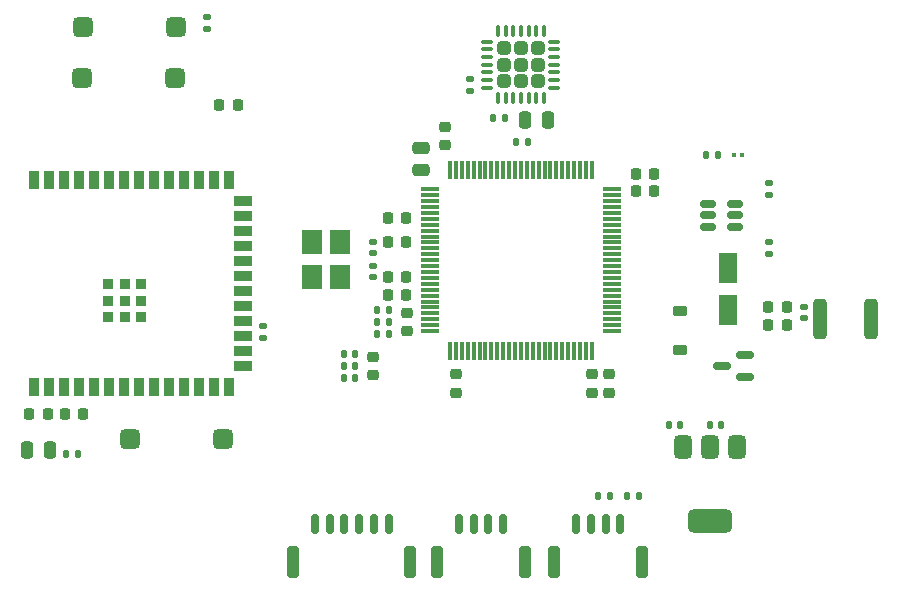
<source format=gtp>
G04 #@! TF.GenerationSoftware,KiCad,Pcbnew,8.0.4*
G04 #@! TF.CreationDate,2024-09-23T19:03:46-05:00*
G04 #@! TF.ProjectId,STM32_board,53544d33-325f-4626-9f61-72642e6b6963,rev?*
G04 #@! TF.SameCoordinates,Original*
G04 #@! TF.FileFunction,Paste,Top*
G04 #@! TF.FilePolarity,Positive*
%FSLAX46Y46*%
G04 Gerber Fmt 4.6, Leading zero omitted, Abs format (unit mm)*
G04 Created by KiCad (PCBNEW 8.0.4) date 2024-09-23 19:03:46*
%MOMM*%
%LPD*%
G01*
G04 APERTURE LIST*
G04 Aperture macros list*
%AMRoundRect*
0 Rectangle with rounded corners*
0 $1 Rounding radius*
0 $2 $3 $4 $5 $6 $7 $8 $9 X,Y pos of 4 corners*
0 Add a 4 corners polygon primitive as box body*
4,1,4,$2,$3,$4,$5,$6,$7,$8,$9,$2,$3,0*
0 Add four circle primitives for the rounded corners*
1,1,$1+$1,$2,$3*
1,1,$1+$1,$4,$5*
1,1,$1+$1,$6,$7*
1,1,$1+$1,$8,$9*
0 Add four rect primitives between the rounded corners*
20,1,$1+$1,$2,$3,$4,$5,0*
20,1,$1+$1,$4,$5,$6,$7,0*
20,1,$1+$1,$6,$7,$8,$9,0*
20,1,$1+$1,$8,$9,$2,$3,0*%
G04 Aperture macros list end*
%ADD10RoundRect,0.225000X0.225000X0.250000X-0.225000X0.250000X-0.225000X-0.250000X0.225000X-0.250000X0*%
%ADD11RoundRect,0.140000X-0.170000X0.140000X-0.170000X-0.140000X0.170000X-0.140000X0.170000X0.140000X0*%
%ADD12RoundRect,0.140000X-0.140000X-0.170000X0.140000X-0.170000X0.140000X0.170000X-0.140000X0.170000X0*%
%ADD13RoundRect,0.425000X-0.425000X-0.425000X0.425000X-0.425000X0.425000X0.425000X-0.425000X0.425000X0*%
%ADD14RoundRect,0.250000X0.320000X0.320000X-0.320000X0.320000X-0.320000X-0.320000X0.320000X-0.320000X0*%
%ADD15RoundRect,0.075000X0.437500X0.075000X-0.437500X0.075000X-0.437500X-0.075000X0.437500X-0.075000X0*%
%ADD16RoundRect,0.075000X0.075000X0.437500X-0.075000X0.437500X-0.075000X-0.437500X0.075000X-0.437500X0*%
%ADD17RoundRect,0.135000X-0.135000X-0.185000X0.135000X-0.185000X0.135000X0.185000X-0.135000X0.185000X0*%
%ADD18RoundRect,0.218750X-0.218750X-0.256250X0.218750X-0.256250X0.218750X0.256250X-0.218750X0.256250X0*%
%ADD19RoundRect,0.250000X0.250000X0.475000X-0.250000X0.475000X-0.250000X-0.475000X0.250000X-0.475000X0*%
%ADD20RoundRect,0.225000X-0.250000X0.225000X-0.250000X-0.225000X0.250000X-0.225000X0.250000X0.225000X0*%
%ADD21RoundRect,0.225000X-0.225000X-0.250000X0.225000X-0.250000X0.225000X0.250000X-0.225000X0.250000X0*%
%ADD22RoundRect,0.150000X-0.150000X-0.700000X0.150000X-0.700000X0.150000X0.700000X-0.150000X0.700000X0*%
%ADD23RoundRect,0.250000X-0.250000X-1.100000X0.250000X-1.100000X0.250000X1.100000X-0.250000X1.100000X0*%
%ADD24RoundRect,0.150000X0.587500X0.150000X-0.587500X0.150000X-0.587500X-0.150000X0.587500X-0.150000X0*%
%ADD25RoundRect,0.135000X0.135000X0.185000X-0.135000X0.185000X-0.135000X-0.185000X0.135000X-0.185000X0*%
%ADD26R,1.800000X2.100000*%
%ADD27RoundRect,0.140000X0.140000X0.170000X-0.140000X0.170000X-0.140000X-0.170000X0.140000X-0.170000X0*%
%ADD28RoundRect,0.225000X-0.375000X0.225000X-0.375000X-0.225000X0.375000X-0.225000X0.375000X0.225000X0*%
%ADD29RoundRect,0.135000X-0.185000X0.135000X-0.185000X-0.135000X0.185000X-0.135000X0.185000X0.135000X0*%
%ADD30RoundRect,0.250000X-0.312500X-1.450000X0.312500X-1.450000X0.312500X1.450000X-0.312500X1.450000X0*%
%ADD31RoundRect,0.150000X0.512500X0.150000X-0.512500X0.150000X-0.512500X-0.150000X0.512500X-0.150000X0*%
%ADD32RoundRect,0.218750X-0.256250X0.218750X-0.256250X-0.218750X0.256250X-0.218750X0.256250X0.218750X0*%
%ADD33RoundRect,0.079500X0.079500X0.100500X-0.079500X0.100500X-0.079500X-0.100500X0.079500X-0.100500X0*%
%ADD34RoundRect,0.425000X0.425000X0.425000X-0.425000X0.425000X-0.425000X-0.425000X0.425000X-0.425000X0*%
%ADD35RoundRect,0.250000X0.550000X-1.050000X0.550000X1.050000X-0.550000X1.050000X-0.550000X-1.050000X0*%
%ADD36RoundRect,0.140000X0.170000X-0.140000X0.170000X0.140000X-0.170000X0.140000X-0.170000X-0.140000X0*%
%ADD37RoundRect,0.135000X0.185000X-0.135000X0.185000X0.135000X-0.185000X0.135000X-0.185000X-0.135000X0*%
%ADD38RoundRect,0.075000X-0.725000X-0.075000X0.725000X-0.075000X0.725000X0.075000X-0.725000X0.075000X0*%
%ADD39RoundRect,0.075000X-0.075000X-0.725000X0.075000X-0.725000X0.075000X0.725000X-0.075000X0.725000X0*%
%ADD40RoundRect,0.250000X0.475000X-0.250000X0.475000X0.250000X-0.475000X0.250000X-0.475000X-0.250000X0*%
%ADD41RoundRect,0.375000X-0.375000X0.625000X-0.375000X-0.625000X0.375000X-0.625000X0.375000X0.625000X0*%
%ADD42RoundRect,0.500000X-1.400000X0.500000X-1.400000X-0.500000X1.400000X-0.500000X1.400000X0.500000X0*%
%ADD43RoundRect,0.250000X-0.250000X-0.475000X0.250000X-0.475000X0.250000X0.475000X-0.250000X0.475000X0*%
%ADD44R,0.900000X1.500000*%
%ADD45R,1.500000X0.900000*%
%ADD46R,0.900000X0.900000*%
%ADD47RoundRect,0.225000X0.250000X-0.225000X0.250000X0.225000X-0.250000X0.225000X-0.250000X-0.225000X0*%
G04 APERTURE END LIST*
D10*
X109435000Y-111600000D03*
X107885000Y-111600000D03*
D11*
X173500000Y-102520000D03*
X173500000Y-103480000D03*
D12*
X165520000Y-112500000D03*
X166480000Y-112500000D03*
D13*
X120325000Y-78850000D03*
X112425000Y-78850000D03*
D14*
X150920000Y-83420000D03*
X150920000Y-82000000D03*
X150920000Y-80580000D03*
X149500000Y-83420000D03*
X149500000Y-82000000D03*
X149500000Y-80580000D03*
X148080000Y-83420000D03*
X148080000Y-82000000D03*
X148080000Y-80580000D03*
D15*
X152337500Y-83950000D03*
X152337500Y-83300000D03*
X152337500Y-82650000D03*
X152337500Y-82000000D03*
X152337500Y-81350000D03*
X152337500Y-80700000D03*
X152337500Y-80050000D03*
D16*
X151450000Y-79162500D03*
X150800000Y-79162500D03*
X150150000Y-79162500D03*
X149500000Y-79162500D03*
X148850000Y-79162500D03*
X148200000Y-79162500D03*
X147550000Y-79162500D03*
D15*
X146662500Y-80050000D03*
X146662500Y-80700000D03*
X146662500Y-81350000D03*
X146662500Y-82000000D03*
X146662500Y-82650000D03*
X146662500Y-83300000D03*
X146662500Y-83950000D03*
D16*
X147550000Y-84837500D03*
X148200000Y-84837500D03*
X148850000Y-84837500D03*
X149500000Y-84837500D03*
X150150000Y-84837500D03*
X150800000Y-84837500D03*
X151450000Y-84837500D03*
D17*
X147152500Y-86550000D03*
X148172500Y-86550000D03*
D18*
X170437500Y-102500000D03*
X172012500Y-102500000D03*
D19*
X109610000Y-114600000D03*
X107710000Y-114600000D03*
D20*
X155500000Y-108225000D03*
X155500000Y-109775000D03*
D10*
X139775000Y-97000000D03*
X138225000Y-97000000D03*
D21*
X123975000Y-85425000D03*
X125525000Y-85425000D03*
D22*
X132050000Y-120900000D03*
X133300000Y-120900000D03*
X134550000Y-120900000D03*
X135800000Y-120900000D03*
X137050000Y-120900000D03*
X138300000Y-120900000D03*
D23*
X130200000Y-124100000D03*
X140150000Y-124100000D03*
D24*
X168437500Y-108450000D03*
X168437500Y-106550000D03*
X166562500Y-107500000D03*
D25*
X159510000Y-118500000D03*
X158490000Y-118500000D03*
D26*
X131850000Y-97050000D03*
X131850000Y-99950000D03*
X134150000Y-99950000D03*
X134150000Y-97050000D03*
D27*
X138305000Y-103775000D03*
X137345000Y-103775000D03*
D10*
X139775000Y-101500000D03*
X138225000Y-101500000D03*
D11*
X137000000Y-99020000D03*
X137000000Y-99980000D03*
D27*
X138311250Y-102781250D03*
X137351250Y-102781250D03*
D28*
X163000000Y-102850000D03*
X163000000Y-106150000D03*
D17*
X165190000Y-89675000D03*
X166210000Y-89675000D03*
D29*
X170500000Y-91990000D03*
X170500000Y-93010000D03*
D30*
X174862500Y-103500000D03*
X179137500Y-103500000D03*
D29*
X122900000Y-77965000D03*
X122900000Y-78985000D03*
D27*
X135480000Y-106500000D03*
X134520000Y-106500000D03*
D31*
X167637500Y-95700000D03*
X167637500Y-94750000D03*
X167637500Y-93800000D03*
X165362500Y-93800000D03*
X165362500Y-94750000D03*
X165362500Y-95700000D03*
D27*
X162980000Y-112500000D03*
X162020000Y-112500000D03*
D32*
X139831250Y-102993750D03*
X139831250Y-104568750D03*
D10*
X139775000Y-95000000D03*
X138225000Y-95000000D03*
D27*
X138311250Y-104781250D03*
X137351250Y-104781250D03*
D20*
X144000000Y-108225000D03*
X144000000Y-109775000D03*
D21*
X170450000Y-104000000D03*
X172000000Y-104000000D03*
D33*
X168225000Y-89675000D03*
X167535000Y-89675000D03*
D34*
X124300000Y-113725000D03*
X116400000Y-113725000D03*
D20*
X157000000Y-108225000D03*
X157000000Y-109775000D03*
D35*
X167000000Y-102800000D03*
X167000000Y-99200000D03*
D21*
X159225000Y-92725000D03*
X160775000Y-92725000D03*
D25*
X149115000Y-88550000D03*
X150135000Y-88550000D03*
D22*
X144250000Y-120900000D03*
X145500000Y-120900000D03*
X146750000Y-120900000D03*
X148000000Y-120900000D03*
D23*
X142400000Y-124100000D03*
X149850000Y-124100000D03*
D36*
X137000000Y-97980000D03*
X137000000Y-97020000D03*
D37*
X127660000Y-105110000D03*
X127660000Y-104090000D03*
D32*
X137000000Y-106712500D03*
X137000000Y-108287500D03*
D10*
X112435000Y-111600000D03*
X110885000Y-111600000D03*
D21*
X159225000Y-91225000D03*
X160775000Y-91225000D03*
D17*
X155990000Y-118500000D03*
X157010000Y-118500000D03*
D38*
X141825000Y-92550000D03*
X141825000Y-93050000D03*
X141825000Y-93550000D03*
X141825000Y-94050000D03*
X141825000Y-94550000D03*
X141825000Y-95050000D03*
X141825000Y-95550000D03*
X141825000Y-96050000D03*
X141825000Y-96550000D03*
X141825000Y-97050000D03*
X141825000Y-97550000D03*
X141825000Y-98050000D03*
X141825000Y-98550000D03*
X141825000Y-99050000D03*
X141825000Y-99550000D03*
X141825000Y-100050000D03*
X141825000Y-100550000D03*
X141825000Y-101050000D03*
X141825000Y-101550000D03*
X141825000Y-102050000D03*
X141825000Y-102550000D03*
X141825000Y-103050000D03*
X141825000Y-103550000D03*
X141825000Y-104050000D03*
X141825000Y-104550000D03*
D39*
X143500000Y-106225000D03*
X144000000Y-106225000D03*
X144500000Y-106225000D03*
X145000000Y-106225000D03*
X145500000Y-106225000D03*
X146000000Y-106225000D03*
X146500000Y-106225000D03*
X147000000Y-106225000D03*
X147500000Y-106225000D03*
X148000000Y-106225000D03*
X148500000Y-106225000D03*
X149000000Y-106225000D03*
X149500000Y-106225000D03*
X150000000Y-106225000D03*
X150500000Y-106225000D03*
X151000000Y-106225000D03*
X151500000Y-106225000D03*
X152000000Y-106225000D03*
X152500000Y-106225000D03*
X153000000Y-106225000D03*
X153500000Y-106225000D03*
X154000000Y-106225000D03*
X154500000Y-106225000D03*
X155000000Y-106225000D03*
X155500000Y-106225000D03*
D38*
X157175000Y-104550000D03*
X157175000Y-104050000D03*
X157175000Y-103550000D03*
X157175000Y-103050000D03*
X157175000Y-102550000D03*
X157175000Y-102050000D03*
X157175000Y-101550000D03*
X157175000Y-101050000D03*
X157175000Y-100550000D03*
X157175000Y-100050000D03*
X157175000Y-99550000D03*
X157175000Y-99050000D03*
X157175000Y-98550000D03*
X157175000Y-98050000D03*
X157175000Y-97550000D03*
X157175000Y-97050000D03*
X157175000Y-96550000D03*
X157175000Y-96050000D03*
X157175000Y-95550000D03*
X157175000Y-95050000D03*
X157175000Y-94550000D03*
X157175000Y-94050000D03*
X157175000Y-93550000D03*
X157175000Y-93050000D03*
X157175000Y-92550000D03*
D39*
X155500000Y-90875000D03*
X155000000Y-90875000D03*
X154500000Y-90875000D03*
X154000000Y-90875000D03*
X153500000Y-90875000D03*
X153000000Y-90875000D03*
X152500000Y-90875000D03*
X152000000Y-90875000D03*
X151500000Y-90875000D03*
X151000000Y-90875000D03*
X150500000Y-90875000D03*
X150000000Y-90875000D03*
X149500000Y-90875000D03*
X149000000Y-90875000D03*
X148500000Y-90875000D03*
X148000000Y-90875000D03*
X147500000Y-90875000D03*
X147000000Y-90875000D03*
X146500000Y-90875000D03*
X146000000Y-90875000D03*
X145500000Y-90875000D03*
X145000000Y-90875000D03*
X144500000Y-90875000D03*
X144000000Y-90875000D03*
X143500000Y-90875000D03*
D40*
X141050000Y-90950000D03*
X141050000Y-89050000D03*
D37*
X170500000Y-98010000D03*
X170500000Y-96990000D03*
D41*
X167800000Y-114350000D03*
X165500000Y-114350000D03*
D42*
X165500000Y-120650000D03*
D41*
X163200000Y-114350000D03*
D10*
X139775000Y-100000000D03*
X138225000Y-100000000D03*
D43*
X149875000Y-86700000D03*
X151775000Y-86700000D03*
D44*
X108240000Y-91750000D03*
X109510000Y-91750000D03*
X110780000Y-91750000D03*
X112050000Y-91750000D03*
X113320000Y-91750000D03*
X114590000Y-91750000D03*
X115860000Y-91750000D03*
X117130000Y-91750000D03*
X118400000Y-91750000D03*
X119670000Y-91750000D03*
X120940000Y-91750000D03*
X122210000Y-91750000D03*
X123480000Y-91750000D03*
X124750000Y-91750000D03*
D45*
X126000000Y-93515000D03*
X126000000Y-94785000D03*
X126000000Y-96055000D03*
X126000000Y-97325000D03*
X126000000Y-98595000D03*
X126000000Y-99865000D03*
X126000000Y-101135000D03*
X126000000Y-102405000D03*
X126000000Y-103675000D03*
X126000000Y-104945000D03*
X126000000Y-106215000D03*
X126000000Y-107485000D03*
D44*
X124750000Y-109250000D03*
X123480000Y-109250000D03*
X122210000Y-109250000D03*
X120940000Y-109250000D03*
X119670000Y-109250000D03*
X118400000Y-109250000D03*
X117130000Y-109250000D03*
X115860000Y-109250000D03*
X114590000Y-109250000D03*
X113320000Y-109250000D03*
X112050000Y-109250000D03*
X110780000Y-109250000D03*
X109510000Y-109250000D03*
X108240000Y-109250000D03*
D46*
X117360000Y-100600000D03*
X115960000Y-100600000D03*
X114560000Y-100600000D03*
X117360000Y-102000000D03*
X115960000Y-102000000D03*
X114560000Y-102000000D03*
X117360000Y-103400000D03*
X115960000Y-103400000D03*
X114560000Y-103400000D03*
D17*
X110990000Y-115000000D03*
X112010000Y-115000000D03*
D13*
X120250000Y-83125000D03*
X112350000Y-83125000D03*
D22*
X154175000Y-120900000D03*
X155425000Y-120900000D03*
X156675000Y-120900000D03*
X157925000Y-120900000D03*
D23*
X152325000Y-124100000D03*
X159775000Y-124100000D03*
D47*
X143075000Y-88825000D03*
X143075000Y-87275000D03*
D27*
X135480000Y-108500000D03*
X134520000Y-108500000D03*
D29*
X145200000Y-83190000D03*
X145200000Y-84210000D03*
D27*
X134495000Y-107500000D03*
X135455000Y-107500000D03*
M02*

</source>
